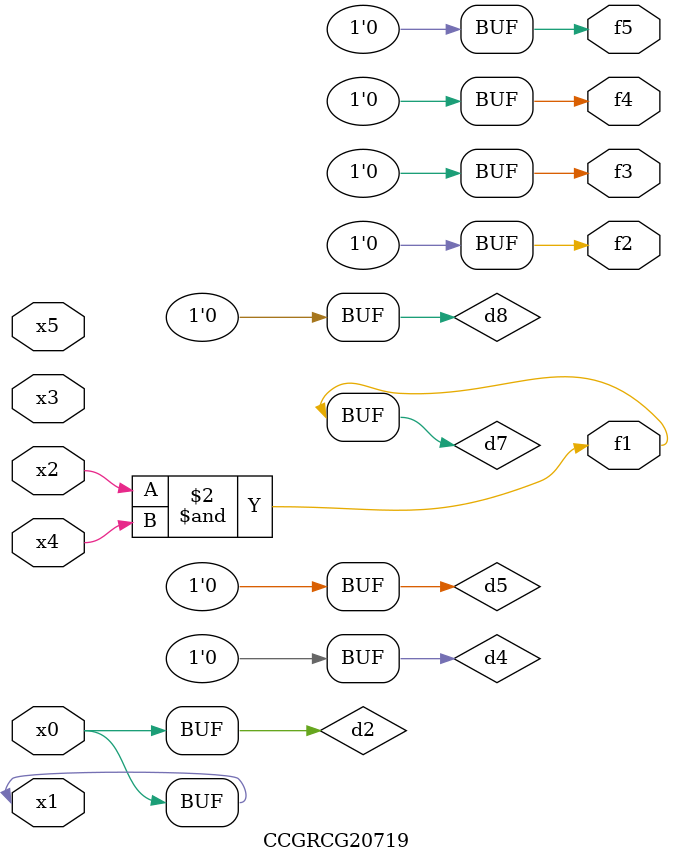
<source format=v>
module CCGRCG20719(
	input x0, x1, x2, x3, x4, x5,
	output f1, f2, f3, f4, f5
);

	wire d1, d2, d3, d4, d5, d6, d7, d8, d9;

	nand (d1, x1);
	buf (d2, x0, x1);
	nand (d3, x2, x4);
	and (d4, d1, d2);
	and (d5, d1, d2);
	nand (d6, d1, d3);
	not (d7, d3);
	xor (d8, d5);
	nor (d9, d5, d6);
	assign f1 = d7;
	assign f2 = d8;
	assign f3 = d8;
	assign f4 = d8;
	assign f5 = d8;
endmodule

</source>
